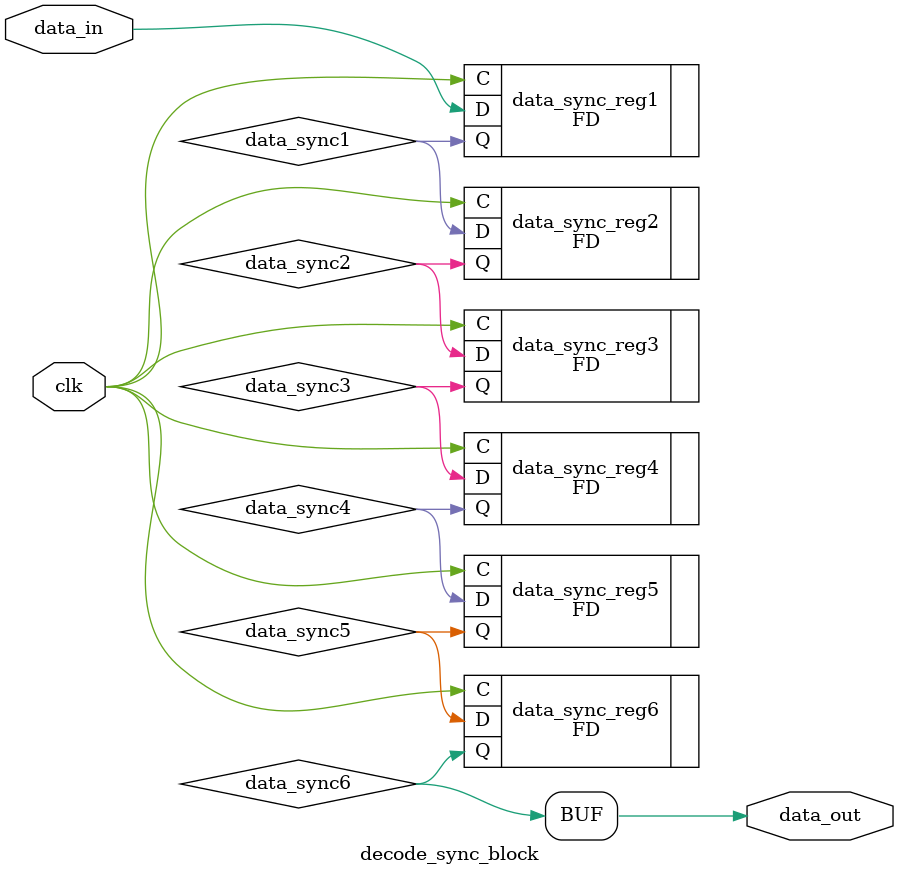
<source format=v>




`timescale 1ps / 1ps

//(* dont_touch = "yes" *)
module decode_sync_block #(
  parameter INITIALISE = 6'b000000
)
(
  input        clk,              // clock to be sync'ed to
  input        data_in,          // Data to be 'synced'
  output       data_out          // synced data
);

  // Internal Signals
  wire data_sync1;
  wire data_sync2;
  wire data_sync3;
  wire data_sync4;
  wire data_sync5;
  wire data_sync6;


  (* shreg_extract = "no", ASYNC_REG = "TRUE" *)
  FD #(
    .INIT (INITIALISE[0])
  ) data_sync_reg1 (
    .C  (clk),
    .D  (data_in),
    .Q  (data_sync1)
  );


  (* shreg_extract = "no", ASYNC_REG = "TRUE" *)
  FD #(
   .INIT (INITIALISE[1])
  ) data_sync_reg2 (
  .C  (clk),
  .D  (data_sync1),
  .Q  (data_sync2)
  );


  (* shreg_extract = "no", ASYNC_REG = "TRUE" *)
  FD #(
   .INIT (INITIALISE[2])
  ) data_sync_reg3 (
  .C  (clk),
  .D  (data_sync2),
  .Q  (data_sync3)
  );

  (* shreg_extract = "no", ASYNC_REG = "TRUE" *)
  FD #(
   .INIT (INITIALISE[3])
  ) data_sync_reg4 (
  .C  (clk),
  .D  (data_sync3),
  .Q  (data_sync4)
  );

  (* shreg_extract = "no", ASYNC_REG = "TRUE" *)
  FD #(
   .INIT (INITIALISE[4])
  ) data_sync_reg5 (
  .C  (clk),
  .D  (data_sync4),
  .Q  (data_sync5)
  );

  (* shreg_extract = "no", ASYNC_REG = "TRUE" *)
  FD #(
   .INIT (INITIALISE[5])
  ) data_sync_reg6 (
  .C  (clk),
  .D  (data_sync5),
  .Q  (data_sync6)
  );
  assign data_out = data_sync6;



endmodule

</source>
